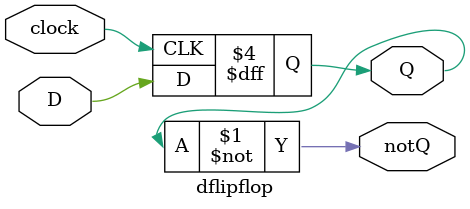
<source format=v>
module dflipflop(
    input D, clock,
    output reg Q, 
    output notQ
);

    initial begin
        Q <= 0;
    end
    
    assign notQ = ~Q;
    
    always @(posedge clock)
    
    begin
        Q <= D ;
        
    end 
        
endmodule
</source>
